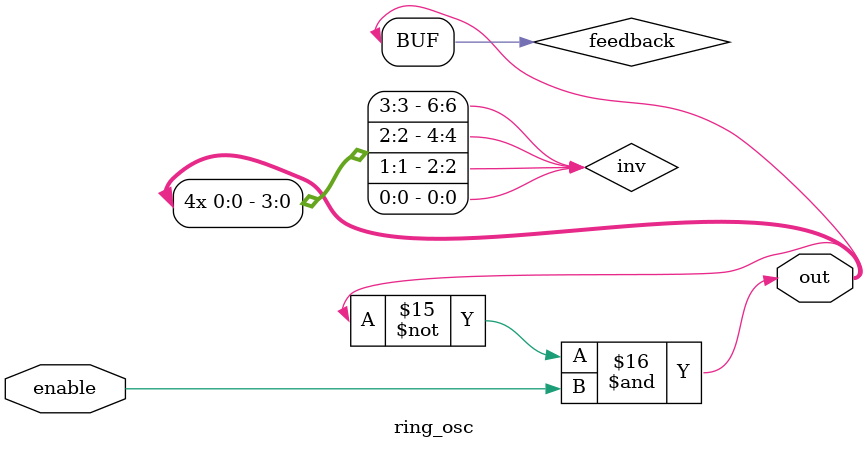
<source format=v>
`timescale 1ns/1ps


module ring_osc (enable, out);

  parameter FEDBACK_BUF_CNT = 0;
  output out;
  input enable;

  (* dont_touch = "yes" *) reg [6:0] inv=0; // 7 stage inverter
  (* dont_touch = "yes" *) reg [FEDBACK_BUF_CNT:0] feedback=0;


genvar gi, gj;
	generate
		for (gi=0; gi<7; gi=gi+1) begin : geninv
			if(gi==0) // feedback to first stage
			     always @(*)
				    #2 inv[gi] = feedback[FEDBACK_BUF_CNT];
			else 
			     always @(*)
				    #2 inv[gi] = ~inv[gi-1];
		end
	endgenerate
	
	generate	
		for (gj=0; gj<=FEDBACK_BUF_CNT; gj=gj+1) begin : gen_fedbck_buf
		  if(gj == 0)
		      always @(*)
			      #2 feedback[0] = ~inv[6] & enable; //last inverter out to feedback
		  else 
		      always @(*)
			        #2 feedback[gj] = feedback[gj-1] & enable;
	end
		
	endgenerate

  assign out = feedback[0];

endmodule

/*
 LUT1: 1-input Look-Up Table with general output (Mapped to a LUT6)
// 7 Series
// Xilinx HDL Libraries Guide, version 2012.2
LUT1 #(
.INIT(2'b00) // Specify LUT Contents
) LUT1_inst (
.O(O), // LUT general output
.I0(I0) // LUT input
);
// End of LUT1_inst instantiation
*/
</source>
